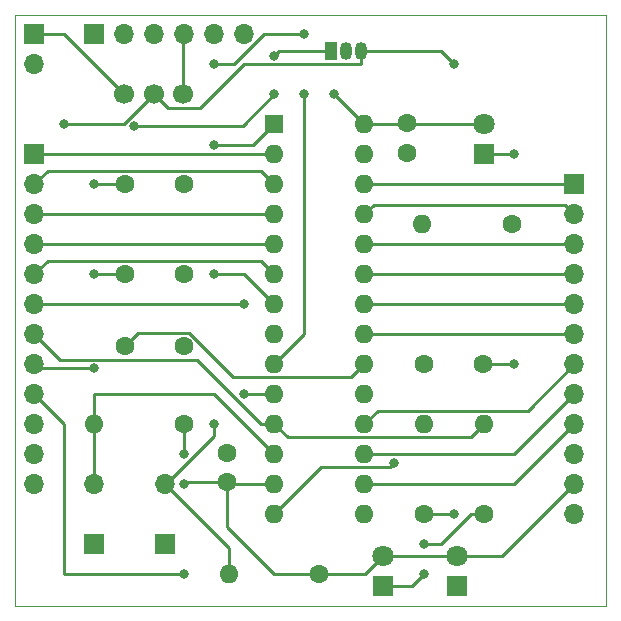
<source format=gbr>
%TF.GenerationSoftware,KiCad,Pcbnew,7.0.1-0*%
%TF.CreationDate,2023-04-14T11:03:42-05:00*%
%TF.ProjectId,HW4,4857342e-6b69-4636-9164-5f7063625858,rev?*%
%TF.SameCoordinates,Original*%
%TF.FileFunction,Copper,L1,Top*%
%TF.FilePolarity,Positive*%
%FSLAX46Y46*%
G04 Gerber Fmt 4.6, Leading zero omitted, Abs format (unit mm)*
G04 Created by KiCad (PCBNEW 7.0.1-0) date 2023-04-14 11:03:42*
%MOMM*%
%LPD*%
G01*
G04 APERTURE LIST*
%TA.AperFunction,ComponentPad*%
%ADD10C,1.700000*%
%TD*%
%TA.AperFunction,ComponentPad*%
%ADD11R,1.700000X1.700000*%
%TD*%
%TA.AperFunction,ComponentPad*%
%ADD12O,1.700000X1.700000*%
%TD*%
%TA.AperFunction,ComponentPad*%
%ADD13C,1.600000*%
%TD*%
%TA.AperFunction,ComponentPad*%
%ADD14R,1.050000X1.500000*%
%TD*%
%TA.AperFunction,ComponentPad*%
%ADD15O,1.050000X1.500000*%
%TD*%
%TA.AperFunction,ComponentPad*%
%ADD16R,1.800000X1.800000*%
%TD*%
%TA.AperFunction,ComponentPad*%
%ADD17C,1.800000*%
%TD*%
%TA.AperFunction,ComponentPad*%
%ADD18O,1.600000X1.600000*%
%TD*%
%TA.AperFunction,ComponentPad*%
%ADD19R,1.600000X1.600000*%
%TD*%
%TA.AperFunction,ViaPad*%
%ADD20C,0.800000*%
%TD*%
%TA.AperFunction,Conductor*%
%ADD21C,0.250000*%
%TD*%
%TA.AperFunction,Profile*%
%ADD22C,0.100000*%
%TD*%
G04 APERTURE END LIST*
D10*
%TO.P,S1,1*%
%TO.N,+5V*%
X114220000Y-106680000D03*
%TO.P,S1,2*%
%TO.N,/Vin*%
X111720000Y-106680000D03*
%TO.P,S1,3*%
%TO.N,Net-(J2-Pin_1)*%
X109220000Y-106680000D03*
%TD*%
D11*
%TO.P,SW2,1,1*%
%TO.N,GND*%
X106680000Y-144780000D03*
D12*
%TO.P,SW2,2,2*%
%TO.N,/USER*%
X106680000Y-139700000D03*
%TD*%
D13*
%TO.P,C5,1*%
%TO.N,+3.3V*%
X133114339Y-109169811D03*
%TO.P,C5,2*%
%TO.N,GND*%
X133114339Y-111669811D03*
%TD*%
D11*
%TO.P,J4,1,Pin_1*%
%TO.N,/B15*%
X147320000Y-114300000D03*
D12*
%TO.P,J4,2,Pin_2*%
%TO.N,/B14*%
X147320000Y-116840000D03*
%TO.P,J4,3,Pin_3*%
%TO.N,/B13*%
X147320000Y-119380000D03*
%TO.P,J4,4,Pin_4*%
%TO.N,/B12*%
X147320000Y-121920000D03*
%TO.P,J4,5,Pin_5*%
%TO.N,/B11*%
X147320000Y-124460000D03*
%TO.P,J4,6,Pin_6*%
%TO.N,/B10*%
X147320000Y-127000000D03*
%TO.P,J4,7,Pin_7*%
%TO.N,/B9*%
X147320000Y-129540000D03*
%TO.P,J4,8,Pin_8*%
%TO.N,/B8*%
X147320000Y-132080000D03*
%TO.P,J4,9,Pin_9*%
%TO.N,/B7*%
X147320000Y-134620000D03*
%TO.P,J4,10,Pin_10*%
%TO.N,/Vin*%
X147320000Y-137160000D03*
%TO.P,J4,11,Pin_11*%
%TO.N,+3.3V*%
X147320000Y-139700000D03*
%TO.P,J4,12,Pin_12*%
%TO.N,GND*%
X147320000Y-142240000D03*
%TD*%
D11*
%TO.P,J3,1,Pin_1*%
%TO.N,unconnected-(J3-Pin_1-Pad1)*%
X106680000Y-101600000D03*
D12*
%TO.P,J3,2,Pin_2*%
%TO.N,/U1TX*%
X109220000Y-101600000D03*
%TO.P,J3,3,Pin_3*%
%TO.N,/U1RX*%
X111760000Y-101600000D03*
%TO.P,J3,4,Pin_4*%
%TO.N,+5V*%
X114300000Y-101600000D03*
%TO.P,J3,5,Pin_5*%
%TO.N,unconnected-(J3-Pin_5-Pad5)*%
X116840000Y-101600000D03*
%TO.P,J3,6,Pin_6*%
%TO.N,GND*%
X119380000Y-101600000D03*
%TD*%
D14*
%TO.P,U2,1,VO*%
%TO.N,+3.3V*%
X126680638Y-103021303D03*
D15*
%TO.P,U2,2,GND*%
%TO.N,GND*%
X127950638Y-103021303D03*
%TO.P,U2,3,VI*%
%TO.N,/Vin*%
X129220638Y-103021303D03*
%TD*%
D13*
%TO.P,C3,1*%
%TO.N,+3.3V*%
X109300000Y-121920000D03*
%TO.P,C3,2*%
%TO.N,GND*%
X114300000Y-121920000D03*
%TD*%
%TO.P,C2,1*%
%TO.N,+3.3V*%
X109300000Y-114300000D03*
%TO.P,C2,2*%
%TO.N,GND*%
X114300000Y-114300000D03*
%TD*%
D16*
%TO.P,D1,1,K*%
%TO.N,Net-(D1-K)*%
X131136782Y-148360796D03*
D17*
%TO.P,D1,2,A*%
%TO.N,+3.3V*%
X131136782Y-145820796D03*
%TD*%
D13*
%TO.P,R1,1*%
%TO.N,+3.3V*%
X125730000Y-147320000D03*
D18*
%TO.P,R1,2*%
%TO.N,/MCLR*%
X118110000Y-147320000D03*
%TD*%
D16*
%TO.P,D2,1,K*%
%TO.N,Net-(D2-K)*%
X137411481Y-148359146D03*
D17*
%TO.P,D2,2,A*%
%TO.N,+3.3V*%
X137411481Y-145819146D03*
%TD*%
D11*
%TO.P,J1,1,Pin_1*%
%TO.N,/A0*%
X101600000Y-111760000D03*
D12*
%TO.P,J1,2,Pin_2*%
%TO.N,/A1*%
X101600000Y-114300000D03*
%TO.P,J1,3,Pin_3*%
%TO.N,/B0*%
X101600000Y-116840000D03*
%TO.P,J1,4,Pin_4*%
%TO.N,/B1*%
X101600000Y-119380000D03*
%TO.P,J1,5,Pin_5*%
%TO.N,/B2*%
X101600000Y-121920000D03*
%TO.P,J1,6,Pin_6*%
%TO.N,/A3*%
X101600000Y-124460000D03*
%TO.P,J1,7,Pin_7*%
%TO.N,/GREEN*%
X101600000Y-127000000D03*
%TO.P,J1,8,Pin_8*%
%TO.N,/YELLOW*%
X101600000Y-129540000D03*
%TO.P,J1,9,Pin_9*%
%TO.N,/B6*%
X101600000Y-132080000D03*
%TO.P,J1,10,Pin_10*%
%TO.N,/Vin*%
X101600000Y-134620000D03*
%TO.P,J1,11,Pin_11*%
%TO.N,+3.3V*%
X101600000Y-137160000D03*
%TO.P,J1,12,Pin_12*%
%TO.N,GND*%
X101600000Y-139700000D03*
%TD*%
D13*
%TO.P,C6,1*%
%TO.N,Net-(U1-Vcap)*%
X109254945Y-128047700D03*
%TO.P,C6,2*%
%TO.N,GND*%
X114254945Y-128047700D03*
%TD*%
%TO.P,C4,1*%
%TO.N,+3.3V*%
X117913237Y-139548265D03*
%TO.P,C4,2*%
%TO.N,GND*%
X117913237Y-137048265D03*
%TD*%
%TO.P,R5,1*%
%TO.N,Net-(D3-K)*%
X142023075Y-117656105D03*
D18*
%TO.P,R5,2*%
%TO.N,GND*%
X134403075Y-117656105D03*
%TD*%
D13*
%TO.P,R2,1*%
%TO.N,+3.3V*%
X114300000Y-134620000D03*
D18*
%TO.P,R2,2*%
%TO.N,/USER*%
X106680000Y-134620000D03*
%TD*%
D13*
%TO.P,R3,1*%
%TO.N,Net-(D1-K)*%
X139700000Y-142240000D03*
D18*
%TO.P,R3,2*%
%TO.N,/GREEN*%
X139700000Y-134620000D03*
%TD*%
D19*
%TO.P,U1,1,~{MCLR}*%
%TO.N,/MCLR*%
X121920000Y-109220000D03*
D18*
%TO.P,U1,2,A0*%
%TO.N,/A0*%
X121920000Y-111760000D03*
%TO.P,U1,3,A1*%
%TO.N,/A1*%
X121920000Y-114300000D03*
%TO.P,U1,4,B0*%
%TO.N,/B0*%
X121920000Y-116840000D03*
%TO.P,U1,5,B1*%
%TO.N,/B1*%
X121920000Y-119380000D03*
%TO.P,U1,6,B2*%
%TO.N,/B2*%
X121920000Y-121920000D03*
%TO.P,U1,7,B3*%
%TO.N,/U1TX*%
X121920000Y-124460000D03*
%TO.P,U1,8,Vss*%
%TO.N,GND*%
X121920000Y-127000000D03*
%TO.P,U1,9,A2*%
%TO.N,/U1RX*%
X121920000Y-129540000D03*
%TO.P,U1,10,A3*%
%TO.N,/A3*%
X121920000Y-132080000D03*
%TO.P,U1,11,B4*%
%TO.N,/GREEN*%
X121920000Y-134620000D03*
%TO.P,U1,12,A4*%
%TO.N,/USER*%
X121920000Y-137160000D03*
%TO.P,U1,13,Vdd*%
%TO.N,+3.3V*%
X121920000Y-139700000D03*
%TO.P,U1,14,B5*%
%TO.N,/YELLOW*%
X121920000Y-142240000D03*
%TO.P,U1,15,B6*%
%TO.N,/B6*%
X129540000Y-142240000D03*
%TO.P,U1,16,B7*%
%TO.N,/B7*%
X129540000Y-139700000D03*
%TO.P,U1,17,B8*%
%TO.N,/B8*%
X129540000Y-137160000D03*
%TO.P,U1,18,B9*%
%TO.N,/B9*%
X129540000Y-134620000D03*
%TO.P,U1,19,Vss*%
%TO.N,GND*%
X129540000Y-132080000D03*
%TO.P,U1,20,Vcap*%
%TO.N,Net-(U1-Vcap)*%
X129540000Y-129540000D03*
%TO.P,U1,21,B10*%
%TO.N,/B10*%
X129540000Y-127000000D03*
%TO.P,U1,22,B11*%
%TO.N,/B11*%
X129540000Y-124460000D03*
%TO.P,U1,23,B12*%
%TO.N,/B12*%
X129540000Y-121920000D03*
%TO.P,U1,24,B13*%
%TO.N,/B13*%
X129540000Y-119380000D03*
%TO.P,U1,25,B14*%
%TO.N,/B14*%
X129540000Y-116840000D03*
%TO.P,U1,26,B15*%
%TO.N,/B15*%
X129540000Y-114300000D03*
%TO.P,U1,27,AVss*%
%TO.N,GND*%
X129540000Y-111760000D03*
%TO.P,U1,28,AVdd*%
%TO.N,+3.3V*%
X129540000Y-109220000D03*
%TD*%
D16*
%TO.P,D3,1,K*%
%TO.N,Net-(D3-K)*%
X139714851Y-111743498D03*
D17*
%TO.P,D3,2,A*%
%TO.N,+3.3V*%
X139714851Y-109203498D03*
%TD*%
D11*
%TO.P,J2,1,Pin_1*%
%TO.N,Net-(J2-Pin_1)*%
X101600000Y-101600000D03*
D12*
%TO.P,J2,2,Pin_2*%
%TO.N,GND*%
X101600000Y-104140000D03*
%TD*%
D13*
%TO.P,C1,1*%
%TO.N,/Vin*%
X139620000Y-129540000D03*
%TO.P,C1,2*%
%TO.N,GND*%
X134620000Y-129540000D03*
%TD*%
%TO.P,R4,1*%
%TO.N,Net-(D2-K)*%
X134620000Y-142240000D03*
D18*
%TO.P,R4,2*%
%TO.N,/YELLOW*%
X134620000Y-134620000D03*
%TD*%
D11*
%TO.P,SW1,1,1*%
%TO.N,GND*%
X112697492Y-144780000D03*
D12*
%TO.P,SW1,2,2*%
%TO.N,/MCLR*%
X112697492Y-139700000D03*
%TD*%
D20*
%TO.N,/U1RX*%
X116840000Y-104140000D03*
X124460000Y-106680000D03*
X124460000Y-101600000D03*
X111760000Y-101600000D03*
%TO.N,/YELLOW*%
X132080000Y-137884500D03*
%TO.N,+3.3V*%
X114300000Y-139700000D03*
%TO.N,/MCLR*%
X116840000Y-111035500D03*
X116840000Y-134620000D03*
%TO.N,+3.3V*%
X127000000Y-106680000D03*
X106680000Y-121920000D03*
X110054549Y-109370049D03*
X121920000Y-103444862D03*
X121920000Y-106680000D03*
X106680000Y-114300000D03*
%TO.N,/B6*%
X114300000Y-147320000D03*
%TO.N,/YELLOW*%
X106680000Y-129897200D03*
%TO.N,/Vin*%
X137160000Y-104140000D03*
%TO.N,/U1TX*%
X116840000Y-121920000D03*
%TO.N,/Vin*%
X104140000Y-109220000D03*
%TO.N,/A3*%
X119380000Y-132080000D03*
X119380000Y-124460000D03*
%TO.N,+3.3V*%
X114300000Y-137160000D03*
%TO.N,Net-(D1-K)*%
X134620000Y-147320000D03*
X134620000Y-144780000D03*
%TO.N,Net-(D2-K)*%
X137160000Y-142240000D03*
%TO.N,/Vin*%
X142240000Y-129540000D03*
%TO.N,Net-(D3-K)*%
X142240000Y-111760000D03*
%TD*%
D21*
%TO.N,/U1RX*%
X118501701Y-104140000D02*
X116840000Y-104140000D01*
X124460000Y-127000000D02*
X124460000Y-106680000D01*
X124460000Y-101600000D02*
X121041701Y-101600000D01*
X121041701Y-101600000D02*
X118501701Y-104140000D01*
X121920000Y-129540000D02*
X124460000Y-127000000D01*
%TO.N,/YELLOW*%
X131679500Y-138285000D02*
X132080000Y-137884500D01*
X125875000Y-138285000D02*
X131679500Y-138285000D01*
X121920000Y-142240000D02*
X125875000Y-138285000D01*
%TO.N,+3.3V*%
X137411481Y-145819146D02*
X131138432Y-145819146D01*
X131138432Y-145819146D02*
X131136782Y-145820796D01*
X114451735Y-139548265D02*
X114300000Y-139700000D01*
X117913237Y-139548265D02*
X114451735Y-139548265D01*
%TO.N,/MCLR*%
X121920000Y-109220000D02*
X120104500Y-111035500D01*
X116840000Y-134620000D02*
X116840000Y-135645305D01*
X120104500Y-111035500D02*
X116840000Y-111035500D01*
X116840000Y-135645305D02*
X112785305Y-139700000D01*
X112785305Y-139700000D02*
X112697492Y-139700000D01*
%TO.N,+3.3V*%
X129540000Y-109220000D02*
X127000000Y-106680000D01*
X126680638Y-103021303D02*
X122343559Y-103021303D01*
X122343559Y-103021303D02*
X121920000Y-103444862D01*
X109300000Y-121920000D02*
X106680000Y-121920000D01*
X119229951Y-109370049D02*
X110054549Y-109370049D01*
X121920000Y-106680000D02*
X119229951Y-109370049D01*
X109300000Y-114300000D02*
X106680000Y-114300000D01*
%TO.N,/B6*%
X104140000Y-147320000D02*
X114300000Y-147320000D01*
X101600000Y-132080000D02*
X104140000Y-134620000D01*
X104140000Y-134620000D02*
X104140000Y-147320000D01*
%TO.N,/YELLOW*%
X101957200Y-129897200D02*
X106680000Y-129897200D01*
X101600000Y-129540000D02*
X101957200Y-129897200D01*
%TO.N,/Vin*%
X136041303Y-103021303D02*
X137160000Y-104140000D01*
X129220638Y-103021303D02*
X136041303Y-103021303D01*
X129220638Y-103021303D02*
X129220638Y-104169362D01*
X115665000Y-107855000D02*
X112895000Y-107855000D01*
X129220638Y-104169362D02*
X119350638Y-104169362D01*
X119350638Y-104169362D02*
X115665000Y-107855000D01*
X112895000Y-107855000D02*
X111720000Y-106680000D01*
%TO.N,+5V*%
X114220000Y-106680000D02*
X114220000Y-101680000D01*
X114220000Y-101680000D02*
X114300000Y-101600000D01*
%TO.N,/U1TX*%
X119380000Y-121920000D02*
X116840000Y-121920000D01*
X121920000Y-124460000D02*
X119380000Y-121920000D01*
%TO.N,/Vin*%
X109180000Y-109220000D02*
X104140000Y-109220000D01*
X111720000Y-106680000D02*
X109180000Y-109220000D01*
%TO.N,Net-(J2-Pin_1)*%
X101600000Y-101600000D02*
X104140000Y-101600000D01*
X104140000Y-101600000D02*
X109220000Y-106680000D01*
%TO.N,Net-(U1-Vcap)*%
X129540000Y-129540000D02*
X128415000Y-130665000D01*
X114720936Y-126922700D02*
X110379945Y-126922700D01*
X128415000Y-130665000D02*
X118463236Y-130665000D01*
X118463236Y-130665000D02*
X114720936Y-126922700D01*
X110379945Y-126922700D02*
X109254945Y-128047700D01*
%TO.N,/GREEN*%
X121920000Y-134620000D02*
X123045000Y-135745000D01*
X138575000Y-135745000D02*
X139700000Y-134620000D01*
X123045000Y-135745000D02*
X138575000Y-135745000D01*
X115341330Y-129172700D02*
X103772700Y-129172700D01*
X120788630Y-134620000D02*
X115341330Y-129172700D01*
X103772700Y-129172700D02*
X101600000Y-127000000D01*
X121920000Y-134620000D02*
X120788630Y-134620000D01*
%TO.N,/A3*%
X101600000Y-124460000D02*
X119380000Y-124460000D01*
X119380000Y-132080000D02*
X121920000Y-132080000D01*
%TO.N,/B2*%
X101600000Y-121920000D02*
X102725000Y-120795000D01*
X102725000Y-120795000D02*
X120795000Y-120795000D01*
X120795000Y-120795000D02*
X121920000Y-121920000D01*
%TO.N,/B1*%
X101600000Y-119380000D02*
X121920000Y-119380000D01*
%TO.N,/B0*%
X101600000Y-116840000D02*
X121920000Y-116840000D01*
%TO.N,/A1*%
X101600000Y-114300000D02*
X102725000Y-113175000D01*
X102725000Y-113175000D02*
X120795000Y-113175000D01*
X120795000Y-113175000D02*
X121920000Y-114300000D01*
%TO.N,/A0*%
X101600000Y-111760000D02*
X121920000Y-111760000D01*
%TO.N,+3.3V*%
X125730000Y-147320000D02*
X129637578Y-147320000D01*
X129637578Y-147320000D02*
X131136782Y-145820796D01*
X125730000Y-147320000D02*
X121920000Y-147320000D01*
X121920000Y-147320000D02*
X117913237Y-143313237D01*
X117913237Y-143313237D02*
X117913237Y-139548265D01*
%TO.N,/MCLR*%
X118110000Y-147320000D02*
X118110000Y-145112508D01*
X118110000Y-145112508D02*
X112697492Y-139700000D01*
%TO.N,+3.3V*%
X114300000Y-134620000D02*
X114300000Y-137160000D01*
%TO.N,/USER*%
X106680000Y-139700000D02*
X106680000Y-134620000D01*
X121920000Y-137160000D02*
X116840000Y-132080000D01*
X116840000Y-132080000D02*
X106680000Y-132080000D01*
X106680000Y-132080000D02*
X106680000Y-134620000D01*
%TO.N,+3.3V*%
X121920000Y-139700000D02*
X118064972Y-139700000D01*
X118064972Y-139700000D02*
X117913237Y-139548265D01*
X147320000Y-139700000D02*
X141200854Y-145819146D01*
X141200854Y-145819146D02*
X137411481Y-145819146D01*
%TO.N,Net-(D1-K)*%
X139700000Y-142240000D02*
X138568630Y-142240000D01*
X138568630Y-142240000D02*
X136028630Y-144780000D01*
X136028630Y-144780000D02*
X134620000Y-144780000D01*
X134620000Y-147320000D02*
X133579204Y-148360796D01*
X133579204Y-148360796D02*
X131136782Y-148360796D01*
%TO.N,Net-(D2-K)*%
X134620000Y-142240000D02*
X137160000Y-142240000D01*
%TO.N,/Vin*%
X139620000Y-129540000D02*
X142240000Y-129540000D01*
%TO.N,Net-(D3-K)*%
X142223498Y-111743498D02*
X142240000Y-111760000D01*
X139714851Y-111743498D02*
X142223498Y-111743498D01*
%TO.N,/B14*%
X129540000Y-116840000D02*
X130339999Y-116040001D01*
X130339999Y-116040001D02*
X146520001Y-116040001D01*
X146520001Y-116040001D02*
X147320000Y-116840000D01*
%TO.N,/B15*%
X129540000Y-114300000D02*
X147320000Y-114300000D01*
%TO.N,+3.3V*%
X129540000Y-109220000D02*
X139698349Y-109220000D01*
X139698349Y-109220000D02*
X139714851Y-109203498D01*
X129540000Y-109220000D02*
X133064150Y-109220000D01*
X133064150Y-109220000D02*
X133114339Y-109169811D01*
%TO.N,/B7*%
X129540000Y-139700000D02*
X142240000Y-139700000D01*
X142240000Y-139700000D02*
X147320000Y-134620000D01*
%TO.N,/B8*%
X129540000Y-137160000D02*
X142240000Y-137160000D01*
X142240000Y-137160000D02*
X147320000Y-132080000D01*
%TO.N,/B9*%
X129540000Y-134620000D02*
X130665000Y-133495000D01*
X130665000Y-133495000D02*
X143365000Y-133495000D01*
X143365000Y-133495000D02*
X147320000Y-129540000D01*
%TO.N,/B10*%
X129540000Y-127000000D02*
X147320000Y-127000000D01*
%TO.N,/B11*%
X129540000Y-124460000D02*
X147320000Y-124460000D01*
%TO.N,/B12*%
X129540000Y-121920000D02*
X147320000Y-121920000D01*
%TO.N,/B13*%
X129540000Y-119380000D02*
X147320000Y-119380000D01*
%TO.N,/USER*%
X121920000Y-137160000D02*
X121920000Y-137248891D01*
%TD*%
D22*
X100000000Y-100000000D02*
X150000000Y-100000000D01*
X150000000Y-150000000D01*
X100000000Y-150000000D01*
X100000000Y-100000000D01*
M02*

</source>
